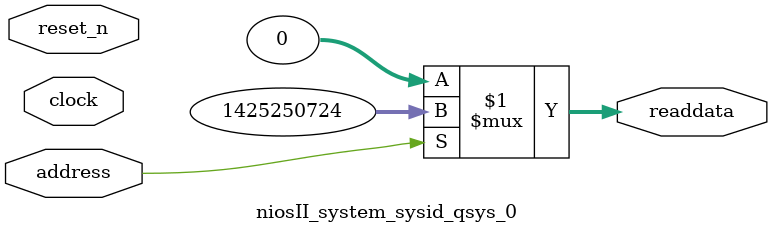
<source format=v>

`timescale 1ns / 1ps
// synthesis translate_on

// turn off superfluous verilog processor warnings 
// altera message_level Level1 
// altera message_off 10034 10035 10036 10037 10230 10240 10030 

module niosII_system_sysid_qsys_0 (
               // inputs:
                address,
                clock,
                reset_n,

               // outputs:
                readdata
             )
;

  output  [ 31: 0] readdata;
  input            address;
  input            clock;
  input            reset_n;

  wire    [ 31: 0] readdata;
  //control_slave, which is an e_avalon_slave
  assign readdata = address ? 1425250724 : 0;

endmodule




</source>
